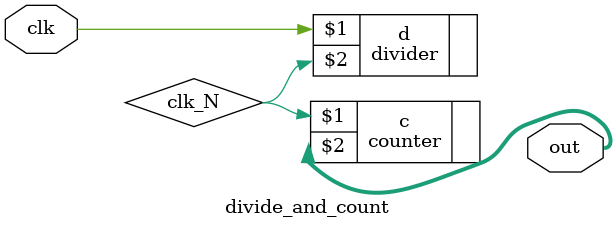
<source format=v>
`timescale 1ns / 1ps


module divide_and_count(clk,out);
input clk;
output [2:0]out;
wire clk_N;
    divider d(clk,clk_N);
    counter c(clk_N,out);
endmodule

</source>
